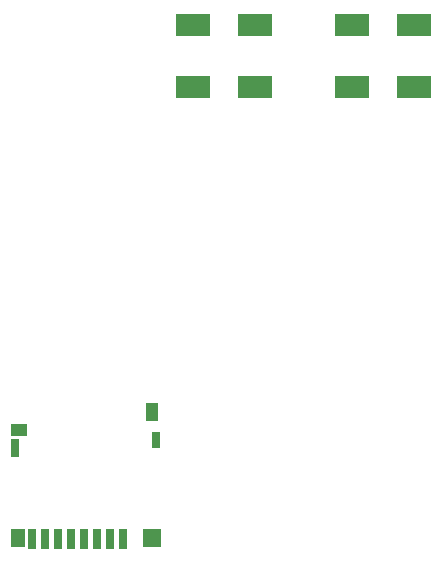
<source format=gtp>
G04 #@! TF.GenerationSoftware,KiCad,Pcbnew,5.1.5+dfsg1-2build2*
G04 #@! TF.CreationDate,2022-03-22T20:07:08-05:00*
G04 #@! TF.ProjectId,2063-Z80,32303633-2d5a-4383-902e-6b696361645f,4*
G04 #@! TF.SameCoordinates,Original*
G04 #@! TF.FileFunction,Paste,Top*
G04 #@! TF.FilePolarity,Positive*
%FSLAX46Y46*%
G04 Gerber Fmt 4.6, Leading zero omitted, Abs format (unit mm)*
G04 Created by KiCad (PCBNEW 5.1.5+dfsg1-2build2) date 2022-03-22 20:07:08*
%MOMM*%
%LPD*%
G04 APERTURE LIST*
%ADD10R,3.000000X1.980000*%
%ADD11R,1.000000X1.550000*%
%ADD12R,1.500000X1.500000*%
%ADD13R,0.700000X1.750000*%
%ADD14R,0.800000X1.400000*%
%ADD15R,1.450000X1.000000*%
%ADD16R,0.800000X1.500000*%
%ADD17R,1.300000X1.500000*%
G04 APERTURE END LIST*
D10*
X131766000Y-109310000D03*
X131766000Y-104050000D03*
X136966000Y-109310000D03*
X136966000Y-104050000D03*
X145228000Y-109310000D03*
X145228000Y-104050000D03*
X150428000Y-109310000D03*
X150428000Y-104050000D03*
D11*
X128257000Y-136790000D03*
D12*
X128307000Y-147465000D03*
D13*
X125857000Y-147590000D03*
X124757000Y-147590000D03*
X123657000Y-147590000D03*
X122557000Y-147590000D03*
X121457000Y-147590000D03*
X120357000Y-147590000D03*
X119257000Y-147590000D03*
D14*
X128657000Y-139215000D03*
D15*
X117032000Y-138365000D03*
D16*
X116707000Y-139865000D03*
D17*
X116957000Y-147465000D03*
D13*
X118157000Y-147590000D03*
M02*

</source>
